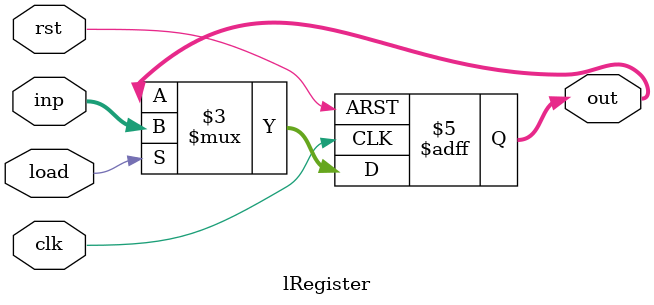
<source format=v>
`timescale 1ns/1ns
module lRegister #(parameter n = 6)(clk, rst, inp, load, out);
  input clk,rst;
  input signed [n:0] inp;
  input load;
  output reg signed[n:0] out;
  always@(posedge clk, posedge rst)begin
    if (rst) out <= 0;
    else if (load) out <= inp;
    else out <= out;
  end
endmodule

</source>
